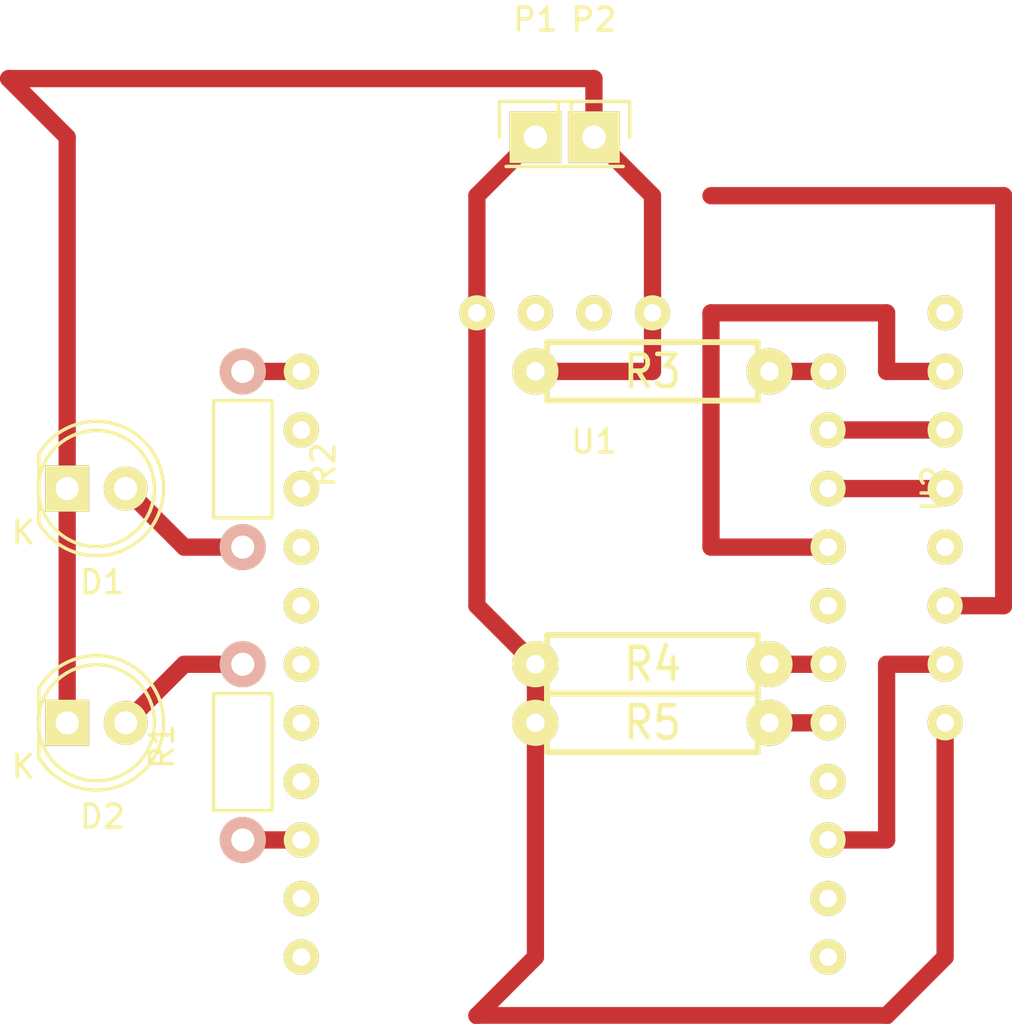
<source format=kicad_pcb>
(kicad_pcb (version 4) (host pcbnew 4.0.2+dfsg1-stable)

  (general
    (links 21)
    (no_connects 2)
    (area 0 0 0 0)
    (thickness 1.6)
    (drawings 0)
    (tracks 41)
    (zones 0)
    (modules 11)
    (nets 30)
  )

  (page A4)
  (layers
    (0 F.Cu signal)
    (31 B.Cu signal)
    (32 B.Adhes user)
    (33 F.Adhes user)
    (34 B.Paste user)
    (35 F.Paste user)
    (36 B.SilkS user)
    (37 F.SilkS user)
    (38 B.Mask user)
    (39 F.Mask user)
    (40 Dwgs.User user)
    (41 Cmts.User user)
    (42 Eco1.User user)
    (43 Eco2.User user)
    (44 Edge.Cuts user)
    (45 Margin user)
    (46 B.CrtYd user)
    (47 F.CrtYd user)
    (48 B.Fab user)
    (49 F.Fab user)
  )

  (setup
    (last_trace_width 0.75)
    (trace_clearance 0.2)
    (zone_clearance 0.508)
    (zone_45_only no)
    (trace_min 0.2)
    (segment_width 0.2)
    (edge_width 0.1)
    (via_size 0.6)
    (via_drill 0.4)
    (via_min_size 0.4)
    (via_min_drill 0.3)
    (uvia_size 0.3)
    (uvia_drill 0.1)
    (uvias_allowed no)
    (uvia_min_size 0.2)
    (uvia_min_drill 0.1)
    (pcb_text_width 0.3)
    (pcb_text_size 1.5 1.5)
    (mod_edge_width 0.15)
    (mod_text_size 1 1)
    (mod_text_width 0.15)
    (pad_size 1.5 1.5)
    (pad_drill 0.6)
    (pad_to_mask_clearance 0)
    (aux_axis_origin 0 0)
    (visible_elements FFFFFF7F)
    (pcbplotparams
      (layerselection 0x00030_80000001)
      (usegerberextensions false)
      (excludeedgelayer true)
      (linewidth 0.100000)
      (plotframeref false)
      (viasonmask false)
      (mode 1)
      (useauxorigin false)
      (hpglpennumber 1)
      (hpglpenspeed 20)
      (hpglpendiameter 15)
      (hpglpenoverlay 2)
      (psnegative false)
      (psa4output false)
      (plotreference true)
      (plotvalue true)
      (plotinvisibletext false)
      (padsonsilk false)
      (subtractmaskfromsilk false)
      (outputformat 1)
      (mirror false)
      (drillshape 1)
      (scaleselection 1)
      (outputdirectory ""))
  )

  (net 0 "")
  (net 1 "Net-(U1-Pad2)")
  (net 2 "Net-(U1-Pad3)")
  (net 3 "Net-(U1-Pad6)")
  (net 4 "Net-(U1-Pad7)")
  (net 5 "Net-(U1-Pad8)")
  (net 6 "Net-(U1-Pad9)")
  (net 7 "Net-(U1-Pad10)")
  (net 8 "Net-(U1-Pad11)")
  (net 9 "Net-(U1-Pad12)")
  (net 10 "Net-(U1-Pad14)")
  (net 11 "Net-(U1-Pad15)")
  (net 12 "Net-(U1-Pad16)")
  (net 13 "Net-(U1-Pad17)")
  (net 14 "Net-(U1-Pad18)")
  (net 15 "Net-(U1-Pad19)")
  (net 16 "Net-(U1-Pad22)")
  (net 17 "Net-(U1-Pad23)")
  (net 18 "Net-(U1-Pad24)")
  (net 19 "Net-(U1-Pad25)")
  (net 20 "Net-(U2-Pad5)")
  (net 21 "Net-(D1-Pad1)")
  (net 22 "Net-(D1-Pad2)")
  (net 23 "Net-(D2-Pad2)")
  (net 24 "Net-(P1-Pad1)")
  (net 25 "Net-(R3-Pad2)")
  (net 26 "Net-(R4-Pad2)")
  (net 27 "Net-(R5-Pad2)")
  (net 28 "Net-(R1-Pad1)")
  (net 29 "Net-(R2-Pad1)")

  (net_class Default "This is the default net class."
    (clearance 0.2)
    (trace_width 0.75)
    (via_dia 0.6)
    (via_drill 0.4)
    (uvia_dia 0.3)
    (uvia_drill 0.1)
    (add_net "Net-(D1-Pad1)")
    (add_net "Net-(D1-Pad2)")
    (add_net "Net-(D2-Pad2)")
    (add_net "Net-(P1-Pad1)")
    (add_net "Net-(R1-Pad1)")
    (add_net "Net-(R2-Pad1)")
    (add_net "Net-(R3-Pad2)")
    (add_net "Net-(R4-Pad2)")
    (add_net "Net-(R5-Pad2)")
    (add_net "Net-(U1-Pad10)")
    (add_net "Net-(U1-Pad11)")
    (add_net "Net-(U1-Pad12)")
    (add_net "Net-(U1-Pad14)")
    (add_net "Net-(U1-Pad15)")
    (add_net "Net-(U1-Pad16)")
    (add_net "Net-(U1-Pad17)")
    (add_net "Net-(U1-Pad18)")
    (add_net "Net-(U1-Pad19)")
    (add_net "Net-(U1-Pad2)")
    (add_net "Net-(U1-Pad22)")
    (add_net "Net-(U1-Pad23)")
    (add_net "Net-(U1-Pad24)")
    (add_net "Net-(U1-Pad25)")
    (add_net "Net-(U1-Pad3)")
    (add_net "Net-(U1-Pad6)")
    (add_net "Net-(U1-Pad7)")
    (add_net "Net-(U1-Pad8)")
    (add_net "Net-(U1-Pad9)")
    (add_net "Net-(U2-Pad5)")
  )

  (module bugs:ESP201 (layer F.Cu) (tedit 571A5AA5) (tstamp 571A6040)
    (at 147.32 104.14)
    (path /5718D2DA)
    (fp_text reference U1 (at 0 0.5) (layer F.SilkS)
      (effects (font (size 1 1) (thickness 0.15)))
    )
    (fp_text value ESP-201 (at 0 -0.5) (layer F.Fab)
      (effects (font (size 1 1) (thickness 0.15)))
    )
    (pad 1 thru_hole circle (at -5.08 -5.08) (size 1.524 1.524) (drill 0.762) (layers *.Cu *.Mask F.SilkS)
      (net 24 "Net-(P1-Pad1)"))
    (pad 2 thru_hole circle (at -2.54 -5.08) (size 1.524 1.524) (drill 0.762) (layers *.Cu *.Mask F.SilkS)
      (net 1 "Net-(U1-Pad2)"))
    (pad 3 thru_hole circle (at 0 -5.08) (size 1.524 1.524) (drill 0.762) (layers *.Cu *.Mask F.SilkS)
      (net 2 "Net-(U1-Pad3)"))
    (pad 4 thru_hole circle (at 2.54 -5.08) (size 1.524 1.524) (drill 0.762) (layers *.Cu *.Mask F.SilkS)
      (net 21 "Net-(D1-Pad1)"))
    (pad 5 thru_hole circle (at -12.7 -2.54) (size 1.524 1.524) (drill 0.762) (layers *.Cu *.Mask F.SilkS)
      (net 29 "Net-(R2-Pad1)"))
    (pad 6 thru_hole circle (at -12.7 0) (size 1.524 1.524) (drill 0.762) (layers *.Cu *.Mask F.SilkS)
      (net 3 "Net-(U1-Pad6)"))
    (pad 7 thru_hole circle (at -12.7 2.54) (size 1.524 1.524) (drill 0.762) (layers *.Cu *.Mask F.SilkS)
      (net 4 "Net-(U1-Pad7)"))
    (pad 8 thru_hole circle (at -12.7 5.08) (size 1.524 1.524) (drill 0.762) (layers *.Cu *.Mask F.SilkS)
      (net 5 "Net-(U1-Pad8)"))
    (pad 9 thru_hole circle (at -12.7 7.62) (size 1.524 1.524) (drill 0.762) (layers *.Cu *.Mask F.SilkS)
      (net 6 "Net-(U1-Pad9)"))
    (pad 10 thru_hole circle (at -12.7 10.16) (size 1.524 1.524) (drill 0.762) (layers *.Cu *.Mask F.SilkS)
      (net 7 "Net-(U1-Pad10)"))
    (pad 11 thru_hole circle (at -12.7 12.7) (size 1.524 1.524) (drill 0.762) (layers *.Cu *.Mask F.SilkS)
      (net 8 "Net-(U1-Pad11)"))
    (pad 12 thru_hole circle (at -12.7 15.24) (size 1.524 1.524) (drill 0.762) (layers *.Cu *.Mask F.SilkS)
      (net 9 "Net-(U1-Pad12)"))
    (pad 13 thru_hole circle (at -12.7 17.78) (size 1.524 1.524) (drill 0.762) (layers *.Cu *.Mask F.SilkS)
      (net 28 "Net-(R1-Pad1)"))
    (pad 14 thru_hole circle (at -12.7 20.32) (size 1.524 1.524) (drill 0.762) (layers *.Cu *.Mask F.SilkS)
      (net 10 "Net-(U1-Pad14)"))
    (pad 15 thru_hole circle (at -12.7 22.86) (size 1.524 1.524) (drill 0.762) (layers *.Cu *.Mask F.SilkS)
      (net 11 "Net-(U1-Pad15)"))
    (pad 16 thru_hole circle (at 10.16 22.86) (size 1.524 1.524) (drill 0.762) (layers *.Cu *.Mask F.SilkS)
      (net 12 "Net-(U1-Pad16)"))
    (pad 17 thru_hole circle (at 10.16 20.32) (size 1.524 1.524) (drill 0.762) (layers *.Cu *.Mask F.SilkS)
      (net 13 "Net-(U1-Pad17)"))
    (pad 18 thru_hole circle (at 10.16 17.78) (size 1.524 1.524) (drill 0.762) (layers *.Cu *.Mask F.SilkS)
      (net 14 "Net-(U1-Pad18)"))
    (pad 19 thru_hole circle (at 10.16 15.24) (size 1.524 1.524) (drill 0.762) (layers *.Cu *.Mask F.SilkS)
      (net 15 "Net-(U1-Pad19)"))
    (pad 20 thru_hole circle (at 10.16 12.7) (size 1.524 1.524) (drill 0.762) (layers *.Cu *.Mask F.SilkS)
      (net 27 "Net-(R5-Pad2)"))
    (pad 21 thru_hole circle (at 10.16 10.16) (size 1.524 1.524) (drill 0.762) (layers *.Cu *.Mask F.SilkS)
      (net 26 "Net-(R4-Pad2)"))
    (pad 22 thru_hole circle (at 10.16 7.62) (size 1.524 1.524) (drill 0.762) (layers *.Cu *.Mask F.SilkS)
      (net 16 "Net-(U1-Pad22)"))
    (pad 23 thru_hole circle (at 10.16 5.08) (size 1.524 1.524) (drill 0.762) (layers *.Cu *.Mask F.SilkS)
      (net 17 "Net-(U1-Pad23)"))
    (pad 24 thru_hole circle (at 10.16 2.54) (size 1.524 1.524) (drill 0.762) (layers *.Cu *.Mask F.SilkS)
      (net 18 "Net-(U1-Pad24)"))
    (pad 25 thru_hole circle (at 10.16 0) (size 1.524 1.524) (drill 0.762) (layers *.Cu *.Mask F.SilkS)
      (net 19 "Net-(U1-Pad25)"))
    (pad 26 thru_hole circle (at 10.16 -2.54) (size 1.524 1.524) (drill 0.762) (layers *.Cu *.Mask F.SilkS)
      (net 25 "Net-(R3-Pad2)"))
  )

  (module LEDs:LED-5MM (layer F.Cu) (tedit 5570F7EA) (tstamp 571A5FBC)
    (at 124.46 106.68)
    (descr "LED 5mm round vertical")
    (tags "LED 5mm round vertical")
    (path /571A6FA0)
    (fp_text reference D1 (at 1.524 4.064) (layer F.SilkS)
      (effects (font (size 1 1) (thickness 0.15)))
    )
    (fp_text value LED (at 1.524 -3.937) (layer F.Fab)
      (effects (font (size 1 1) (thickness 0.15)))
    )
    (fp_line (start -1.5 -1.55) (end -1.5 1.55) (layer F.CrtYd) (width 0.05))
    (fp_arc (start 1.3 0) (end -1.5 1.55) (angle -302) (layer F.CrtYd) (width 0.05))
    (fp_arc (start 1.27 0) (end -1.23 -1.5) (angle 297.5) (layer F.SilkS) (width 0.15))
    (fp_line (start -1.23 1.5) (end -1.23 -1.5) (layer F.SilkS) (width 0.15))
    (fp_circle (center 1.27 0) (end 0.97 -2.5) (layer F.SilkS) (width 0.15))
    (fp_text user K (at -1.905 1.905) (layer F.SilkS)
      (effects (font (size 1 1) (thickness 0.15)))
    )
    (pad 1 thru_hole rect (at 0 0 90) (size 2 1.9) (drill 1.00076) (layers *.Cu *.Mask F.SilkS)
      (net 21 "Net-(D1-Pad1)"))
    (pad 2 thru_hole circle (at 2.54 0) (size 1.9 1.9) (drill 1.00076) (layers *.Cu *.Mask F.SilkS)
      (net 22 "Net-(D1-Pad2)"))
    (model LEDs.3dshapes/LED-5MM.wrl
      (at (xyz 0.05 0 0))
      (scale (xyz 1 1 1))
      (rotate (xyz 0 0 90))
    )
  )

  (module LEDs:LED-5MM (layer F.Cu) (tedit 5570F7EA) (tstamp 571A5FC8)
    (at 124.46 116.84)
    (descr "LED 5mm round vertical")
    (tags "LED 5mm round vertical")
    (path /571A6EF4)
    (fp_text reference D2 (at 1.524 4.064) (layer F.SilkS)
      (effects (font (size 1 1) (thickness 0.15)))
    )
    (fp_text value LED (at 1.524 -3.937) (layer F.Fab)
      (effects (font (size 1 1) (thickness 0.15)))
    )
    (fp_line (start -1.5 -1.55) (end -1.5 1.55) (layer F.CrtYd) (width 0.05))
    (fp_arc (start 1.3 0) (end -1.5 1.55) (angle -302) (layer F.CrtYd) (width 0.05))
    (fp_arc (start 1.27 0) (end -1.23 -1.5) (angle 297.5) (layer F.SilkS) (width 0.15))
    (fp_line (start -1.23 1.5) (end -1.23 -1.5) (layer F.SilkS) (width 0.15))
    (fp_circle (center 1.27 0) (end 0.97 -2.5) (layer F.SilkS) (width 0.15))
    (fp_text user K (at -1.905 1.905) (layer F.SilkS)
      (effects (font (size 1 1) (thickness 0.15)))
    )
    (pad 1 thru_hole rect (at 0 0 90) (size 2 1.9) (drill 1.00076) (layers *.Cu *.Mask F.SilkS)
      (net 21 "Net-(D1-Pad1)"))
    (pad 2 thru_hole circle (at 2.54 0) (size 1.9 1.9) (drill 1.00076) (layers *.Cu *.Mask F.SilkS)
      (net 23 "Net-(D2-Pad2)"))
    (model LEDs.3dshapes/LED-5MM.wrl
      (at (xyz 0.05 0 0))
      (scale (xyz 1 1 1))
      (rotate (xyz 0 0 90))
    )
  )

  (module Pin_Headers:Pin_Header_Straight_1x01 (layer F.Cu) (tedit 54EA08DC) (tstamp 571A5FD5)
    (at 144.78 91.44)
    (descr "Through hole pin header")
    (tags "pin header")
    (path /571A6BF5)
    (fp_text reference P1 (at 0 -5.1) (layer F.SilkS)
      (effects (font (size 1 1) (thickness 0.15)))
    )
    (fp_text value 3V3 (at 0 -3.1) (layer F.Fab)
      (effects (font (size 1 1) (thickness 0.15)))
    )
    (fp_line (start 1.55 -1.55) (end 1.55 0) (layer F.SilkS) (width 0.15))
    (fp_line (start -1.75 -1.75) (end -1.75 1.75) (layer F.CrtYd) (width 0.05))
    (fp_line (start 1.75 -1.75) (end 1.75 1.75) (layer F.CrtYd) (width 0.05))
    (fp_line (start -1.75 -1.75) (end 1.75 -1.75) (layer F.CrtYd) (width 0.05))
    (fp_line (start -1.75 1.75) (end 1.75 1.75) (layer F.CrtYd) (width 0.05))
    (fp_line (start -1.55 0) (end -1.55 -1.55) (layer F.SilkS) (width 0.15))
    (fp_line (start -1.55 -1.55) (end 1.55 -1.55) (layer F.SilkS) (width 0.15))
    (fp_line (start -1.27 1.27) (end 1.27 1.27) (layer F.SilkS) (width 0.15))
    (pad 1 thru_hole rect (at 0 0) (size 2.2352 2.2352) (drill 1.016) (layers *.Cu *.Mask F.SilkS)
      (net 24 "Net-(P1-Pad1)"))
    (model Pin_Headers.3dshapes/Pin_Header_Straight_1x01.wrl
      (at (xyz 0 0 0))
      (scale (xyz 1 1 1))
      (rotate (xyz 0 0 90))
    )
  )

  (module Pin_Headers:Pin_Header_Straight_1x01 (layer F.Cu) (tedit 54EA08DC) (tstamp 571A5FE2)
    (at 147.32 91.44)
    (descr "Through hole pin header")
    (tags "pin header")
    (path /571A6C6D)
    (fp_text reference P2 (at 0 -5.1) (layer F.SilkS)
      (effects (font (size 1 1) (thickness 0.15)))
    )
    (fp_text value GND (at 0 -3.1) (layer F.Fab)
      (effects (font (size 1 1) (thickness 0.15)))
    )
    (fp_line (start 1.55 -1.55) (end 1.55 0) (layer F.SilkS) (width 0.15))
    (fp_line (start -1.75 -1.75) (end -1.75 1.75) (layer F.CrtYd) (width 0.05))
    (fp_line (start 1.75 -1.75) (end 1.75 1.75) (layer F.CrtYd) (width 0.05))
    (fp_line (start -1.75 -1.75) (end 1.75 -1.75) (layer F.CrtYd) (width 0.05))
    (fp_line (start -1.75 1.75) (end 1.75 1.75) (layer F.CrtYd) (width 0.05))
    (fp_line (start -1.55 0) (end -1.55 -1.55) (layer F.SilkS) (width 0.15))
    (fp_line (start -1.55 -1.55) (end 1.55 -1.55) (layer F.SilkS) (width 0.15))
    (fp_line (start -1.27 1.27) (end 1.27 1.27) (layer F.SilkS) (width 0.15))
    (pad 1 thru_hole rect (at 0 0) (size 2.2352 2.2352) (drill 1.016) (layers *.Cu *.Mask F.SilkS)
      (net 21 "Net-(D1-Pad1)"))
    (model Pin_Headers.3dshapes/Pin_Header_Straight_1x01.wrl
      (at (xyz 0 0 0))
      (scale (xyz 1 1 1))
      (rotate (xyz 0 0 90))
    )
  )

  (module Resistors_ThroughHole:Resistor_Horizontal_RM7mm (layer F.Cu) (tedit 569FCF07) (tstamp 571A5FF0)
    (at 132.08 121.92 90)
    (descr "Resistor, Axial,  RM 7.62mm, 1/3W,")
    (tags "Resistor Axial RM 7.62mm 1/3W R3")
    (path /571A724A)
    (fp_text reference R1 (at 4.05892 -3.50012 90) (layer F.SilkS)
      (effects (font (size 1 1) (thickness 0.15)))
    )
    (fp_text value 1k (at 3.81 3.81 90) (layer F.Fab)
      (effects (font (size 1 1) (thickness 0.15)))
    )
    (fp_line (start -1.25 -1.5) (end 8.85 -1.5) (layer F.CrtYd) (width 0.05))
    (fp_line (start -1.25 1.5) (end -1.25 -1.5) (layer F.CrtYd) (width 0.05))
    (fp_line (start 8.85 -1.5) (end 8.85 1.5) (layer F.CrtYd) (width 0.05))
    (fp_line (start -1.25 1.5) (end 8.85 1.5) (layer F.CrtYd) (width 0.05))
    (fp_line (start 1.27 -1.27) (end 6.35 -1.27) (layer F.SilkS) (width 0.15))
    (fp_line (start 6.35 -1.27) (end 6.35 1.27) (layer F.SilkS) (width 0.15))
    (fp_line (start 6.35 1.27) (end 1.27 1.27) (layer F.SilkS) (width 0.15))
    (fp_line (start 1.27 1.27) (end 1.27 -1.27) (layer F.SilkS) (width 0.15))
    (pad 1 thru_hole circle (at 0 0 90) (size 1.99898 1.99898) (drill 1.00076) (layers *.Cu *.SilkS *.Mask)
      (net 28 "Net-(R1-Pad1)"))
    (pad 2 thru_hole circle (at 7.62 0 90) (size 1.99898 1.99898) (drill 1.00076) (layers *.Cu *.SilkS *.Mask)
      (net 23 "Net-(D2-Pad2)"))
  )

  (module Resistors_ThroughHole:Resistor_Horizontal_RM7mm (layer F.Cu) (tedit 569FCF07) (tstamp 571A5FFE)
    (at 132.08 101.6 270)
    (descr "Resistor, Axial,  RM 7.62mm, 1/3W,")
    (tags "Resistor Axial RM 7.62mm 1/3W R3")
    (path /571A710A)
    (fp_text reference R2 (at 4.05892 -3.50012 270) (layer F.SilkS)
      (effects (font (size 1 1) (thickness 0.15)))
    )
    (fp_text value 1k (at 3.81 3.81 270) (layer F.Fab)
      (effects (font (size 1 1) (thickness 0.15)))
    )
    (fp_line (start -1.25 -1.5) (end 8.85 -1.5) (layer F.CrtYd) (width 0.05))
    (fp_line (start -1.25 1.5) (end -1.25 -1.5) (layer F.CrtYd) (width 0.05))
    (fp_line (start 8.85 -1.5) (end 8.85 1.5) (layer F.CrtYd) (width 0.05))
    (fp_line (start -1.25 1.5) (end 8.85 1.5) (layer F.CrtYd) (width 0.05))
    (fp_line (start 1.27 -1.27) (end 6.35 -1.27) (layer F.SilkS) (width 0.15))
    (fp_line (start 6.35 -1.27) (end 6.35 1.27) (layer F.SilkS) (width 0.15))
    (fp_line (start 6.35 1.27) (end 1.27 1.27) (layer F.SilkS) (width 0.15))
    (fp_line (start 1.27 1.27) (end 1.27 -1.27) (layer F.SilkS) (width 0.15))
    (pad 1 thru_hole circle (at 0 0 270) (size 1.99898 1.99898) (drill 1.00076) (layers *.Cu *.SilkS *.Mask)
      (net 29 "Net-(R2-Pad1)"))
    (pad 2 thru_hole circle (at 7.62 0 270) (size 1.99898 1.99898) (drill 1.00076) (layers *.Cu *.SilkS *.Mask)
      (net 22 "Net-(D1-Pad2)"))
  )

  (module w_pth_resistors:RC05 (layer F.Cu) (tedit 0) (tstamp 571A600A)
    (at 149.86 101.6)
    (descr "Resistor, RC05")
    (tags R)
    (path /5718DDEA)
    (autoplace_cost180 10)
    (fp_text reference R3 (at 0 0) (layer F.SilkS)
      (effects (font (size 1.397 1.27) (thickness 0.2032)))
    )
    (fp_text value 10K (at 0 2.032) (layer F.SilkS) hide
      (effects (font (size 1.397 1.27) (thickness 0.2032)))
    )
    (fp_line (start 4.572 1.27) (end -4.572 1.27) (layer F.SilkS) (width 0.254))
    (fp_line (start -4.572 1.27) (end -4.572 -1.27) (layer F.SilkS) (width 0.254))
    (fp_line (start -4.572 -1.27) (end 4.572 -1.27) (layer F.SilkS) (width 0.254))
    (fp_line (start 4.572 -1.27) (end 4.572 1.27) (layer F.SilkS) (width 0.254))
    (fp_line (start -5.08 0) (end -4.572 0) (layer F.SilkS) (width 0.3048))
    (fp_line (start 5.08 0) (end 4.572 0) (layer F.SilkS) (width 0.3048))
    (pad 1 thru_hole circle (at -5.08 0) (size 1.99898 1.99898) (drill 0.8001) (layers *.Cu *.Mask F.SilkS)
      (net 21 "Net-(D1-Pad1)"))
    (pad 2 thru_hole circle (at 5.08 0) (size 1.99898 1.99898) (drill 0.8001) (layers *.Cu *.Mask F.SilkS)
      (net 25 "Net-(R3-Pad2)"))
    (model walter/pth_resistors/rc05.wrl
      (at (xyz 0 0 0))
      (scale (xyz 1 1 1))
      (rotate (xyz 0 0 0))
    )
  )

  (module w_pth_resistors:RC05 (layer F.Cu) (tedit 0) (tstamp 571A6016)
    (at 149.86 114.3)
    (descr "Resistor, RC05")
    (tags R)
    (path /5718DD6D)
    (autoplace_cost180 10)
    (fp_text reference R4 (at 0 0) (layer F.SilkS)
      (effects (font (size 1.397 1.27) (thickness 0.2032)))
    )
    (fp_text value 10k (at 0 2.032) (layer F.SilkS) hide
      (effects (font (size 1.397 1.27) (thickness 0.2032)))
    )
    (fp_line (start 4.572 1.27) (end -4.572 1.27) (layer F.SilkS) (width 0.254))
    (fp_line (start -4.572 1.27) (end -4.572 -1.27) (layer F.SilkS) (width 0.254))
    (fp_line (start -4.572 -1.27) (end 4.572 -1.27) (layer F.SilkS) (width 0.254))
    (fp_line (start 4.572 -1.27) (end 4.572 1.27) (layer F.SilkS) (width 0.254))
    (fp_line (start -5.08 0) (end -4.572 0) (layer F.SilkS) (width 0.3048))
    (fp_line (start 5.08 0) (end 4.572 0) (layer F.SilkS) (width 0.3048))
    (pad 1 thru_hole circle (at -5.08 0) (size 1.99898 1.99898) (drill 0.8001) (layers *.Cu *.Mask F.SilkS)
      (net 24 "Net-(P1-Pad1)"))
    (pad 2 thru_hole circle (at 5.08 0) (size 1.99898 1.99898) (drill 0.8001) (layers *.Cu *.Mask F.SilkS)
      (net 26 "Net-(R4-Pad2)"))
    (model walter/pth_resistors/rc05.wrl
      (at (xyz 0 0 0))
      (scale (xyz 1 1 1))
      (rotate (xyz 0 0 0))
    )
  )

  (module w_pth_resistors:RC05 (layer F.Cu) (tedit 0) (tstamp 571A6022)
    (at 149.86 116.84)
    (descr "Resistor, RC05")
    (tags R)
    (path /571A5ED5)
    (autoplace_cost180 10)
    (fp_text reference R5 (at 0 0) (layer F.SilkS)
      (effects (font (size 1.397 1.27) (thickness 0.2032)))
    )
    (fp_text value 10k (at 0 2.032) (layer F.SilkS) hide
      (effects (font (size 1.397 1.27) (thickness 0.2032)))
    )
    (fp_line (start 4.572 1.27) (end -4.572 1.27) (layer F.SilkS) (width 0.254))
    (fp_line (start -4.572 1.27) (end -4.572 -1.27) (layer F.SilkS) (width 0.254))
    (fp_line (start -4.572 -1.27) (end 4.572 -1.27) (layer F.SilkS) (width 0.254))
    (fp_line (start 4.572 -1.27) (end 4.572 1.27) (layer F.SilkS) (width 0.254))
    (fp_line (start -5.08 0) (end -4.572 0) (layer F.SilkS) (width 0.3048))
    (fp_line (start 5.08 0) (end 4.572 0) (layer F.SilkS) (width 0.3048))
    (pad 1 thru_hole circle (at -5.08 0) (size 1.99898 1.99898) (drill 0.8001) (layers *.Cu *.Mask F.SilkS)
      (net 24 "Net-(P1-Pad1)"))
    (pad 2 thru_hole circle (at 5.08 0) (size 1.99898 1.99898) (drill 0.8001) (layers *.Cu *.Mask F.SilkS)
      (net 27 "Net-(R5-Pad2)"))
    (model walter/pth_resistors/rc05.wrl
      (at (xyz 0 0 0))
      (scale (xyz 1 1 1))
      (rotate (xyz 0 0 0))
    )
  )

  (module bugs:RC522 (layer F.Cu) (tedit 571A5B35) (tstamp 571A604C)
    (at 162.56 106.68 270)
    (path /5718CF80)
    (fp_text reference U2 (at 0 0.5 270) (layer F.SilkS)
      (effects (font (size 1 1) (thickness 0.15)))
    )
    (fp_text value rc522 (at -2.54 2.04 270) (layer F.Fab)
      (effects (font (size 1 1) (thickness 0.15)))
    )
    (pad 1 thru_hole circle (at -7.62 0 270) (size 1.524 1.524) (drill 0.762) (layers *.Cu *.Mask F.SilkS)
      (net 3 "Net-(U1-Pad6)"))
    (pad 2 thru_hole circle (at -5.08 0 270) (size 1.524 1.524) (drill 0.762) (layers *.Cu *.Mask F.SilkS)
      (net 17 "Net-(U1-Pad23)"))
    (pad 3 thru_hole circle (at -2.54 0 270) (size 1.524 1.524) (drill 0.762) (layers *.Cu *.Mask F.SilkS)
      (net 19 "Net-(U1-Pad25)"))
    (pad 4 thru_hole circle (at 0 0 270) (size 1.524 1.524) (drill 0.762) (layers *.Cu *.Mask F.SilkS)
      (net 18 "Net-(U1-Pad24)"))
    (pad 5 thru_hole circle (at 2.54 0 270) (size 1.524 1.524) (drill 0.762) (layers *.Cu *.Mask F.SilkS)
      (net 20 "Net-(U2-Pad5)"))
    (pad 6 thru_hole circle (at 5.08 0 270) (size 1.524 1.524) (drill 0.762) (layers *.Cu *.Mask F.SilkS)
      (net 13 "Net-(U1-Pad17)"))
    (pad 7 thru_hole circle (at 7.62 0 270) (size 1.524 1.524) (drill 0.762) (layers *.Cu *.Mask F.SilkS)
      (net 14 "Net-(U1-Pad18)"))
    (pad 8 thru_hole circle (at 10.16 0 270) (size 1.524 1.524) (drill 0.762) (layers *.Cu *.Mask F.SilkS)
      (net 24 "Net-(P1-Pad1)"))
  )

  (segment (start 162.56 111.76) (end 165.1 111.76) (width 0.75) (layer F.Cu) (net 13) (status 400000))
  (segment (start 165.1 93.98) (end 152.4 93.98) (width 0.75) (layer F.Cu) (net 13) (tstamp 571A63D1))
  (segment (start 165.1 111.76) (end 165.1 93.98) (width 0.75) (layer F.Cu) (net 13) (tstamp 571A63D0))
  (segment (start 162.56 114.3) (end 160.02 114.3) (width 0.75) (layer F.Cu) (net 14))
  (segment (start 160.02 121.92) (end 157.48 121.92) (width 0.75) (layer F.Cu) (net 14) (tstamp 571A63A8))
  (segment (start 160.02 114.3) (end 160.02 121.92) (width 0.75) (layer F.Cu) (net 14) (tstamp 571A63A7))
  (segment (start 162.56 101.6) (end 160.02 101.6) (width 0.75) (layer F.Cu) (net 17))
  (segment (start 152.4 109.22) (end 157.48 109.22) (width 0.75) (layer F.Cu) (net 17) (tstamp 571A6383))
  (segment (start 152.4 99.06) (end 152.4 109.22) (width 0.75) (layer F.Cu) (net 17) (tstamp 571A6382))
  (segment (start 160.02 99.06) (end 152.4 99.06) (width 0.75) (layer F.Cu) (net 17) (tstamp 571A6381))
  (segment (start 160.02 101.6) (end 160.02 99.06) (width 0.75) (layer F.Cu) (net 17) (tstamp 571A6380))
  (segment (start 162.56 106.68) (end 157.48 106.68) (width 0.75) (layer F.Cu) (net 18))
  (segment (start 157.48 104.14) (end 162.56 104.14) (width 0.75) (layer F.Cu) (net 19))
  (segment (start 147.32 91.44) (end 147.32 88.9) (width 0.75) (layer F.Cu) (net 21))
  (segment (start 124.46 91.44) (end 124.46 106.68) (width 0.75) (layer F.Cu) (net 21) (tstamp 571A6391))
  (segment (start 121.92 88.9) (end 124.46 91.44) (width 0.75) (layer F.Cu) (net 21) (tstamp 571A6390))
  (segment (start 147.32 88.9) (end 121.92 88.9) (width 0.75) (layer F.Cu) (net 21) (tstamp 571A638F))
  (segment (start 149.86 101.6) (end 149.86 99.06) (width 0.75) (layer F.Cu) (net 21) (tstamp 571A62C4))
  (segment (start 149.86 99.06) (end 149.86 93.98) (width 0.75) (layer F.Cu) (net 21))
  (segment (start 144.78 101.6) (end 149.86 101.6) (width 0.75) (layer F.Cu) (net 21))
  (segment (start 149.86 93.98) (end 147.32 91.44) (width 0.75) (layer F.Cu) (net 21) (tstamp 571A625F))
  (segment (start 124.46 106.68) (end 124.46 116.84) (width 0.75) (layer F.Cu) (net 21))
  (segment (start 132.08 109.22) (end 129.54 109.22) (width 0.75) (layer F.Cu) (net 22))
  (segment (start 129.54 109.22) (end 127 106.68) (width 0.75) (layer F.Cu) (net 22) (tstamp 571A6252))
  (segment (start 132.08 114.3) (end 129.54 114.3) (width 0.75) (layer F.Cu) (net 23))
  (segment (start 129.54 114.3) (end 127 116.84) (width 0.75) (layer F.Cu) (net 23) (tstamp 571A625B))
  (segment (start 162.56 116.84) (end 162.56 127) (width 0.75) (layer F.Cu) (net 24) (status 400000))
  (segment (start 144.78 127) (end 144.78 116.84) (width 0.75) (layer F.Cu) (net 24) (tstamp 571A63CA) (status 800000))
  (segment (start 142.24 129.54) (end 144.78 127) (width 0.75) (layer F.Cu) (net 24) (tstamp 571A63C9))
  (segment (start 160.02 129.54) (end 142.24 129.54) (width 0.75) (layer F.Cu) (net 24) (tstamp 571A63C8))
  (segment (start 162.56 127) (end 160.02 129.54) (width 0.75) (layer F.Cu) (net 24) (tstamp 571A63C7))
  (segment (start 144.78 114.3) (end 142.24 111.76) (width 0.75) (layer F.Cu) (net 24))
  (segment (start 142.24 111.76) (end 142.24 99.06) (width 0.75) (layer F.Cu) (net 24) (tstamp 571A62C1))
  (segment (start 144.78 116.84) (end 144.78 114.3) (width 0.75) (layer F.Cu) (net 24))
  (segment (start 142.24 99.06) (end 142.24 93.98) (width 0.75) (layer F.Cu) (net 24))
  (segment (start 142.24 93.98) (end 144.78 91.44) (width 0.75) (layer F.Cu) (net 24) (tstamp 571A6263))
  (segment (start 154.94 101.6) (end 157.48 101.6) (width 0.75) (layer F.Cu) (net 25))
  (segment (start 157.48 114.3) (end 154.94 114.3) (width 0.75) (layer F.Cu) (net 26))
  (segment (start 154.94 116.84) (end 157.48 116.84) (width 0.75) (layer F.Cu) (net 27))
  (segment (start 132.08 121.92) (end 134.62 121.92) (width 0.75) (layer F.Cu) (net 28))
  (segment (start 134.62 101.6) (end 132.08 101.6) (width 0.75) (layer F.Cu) (net 29))

)

</source>
